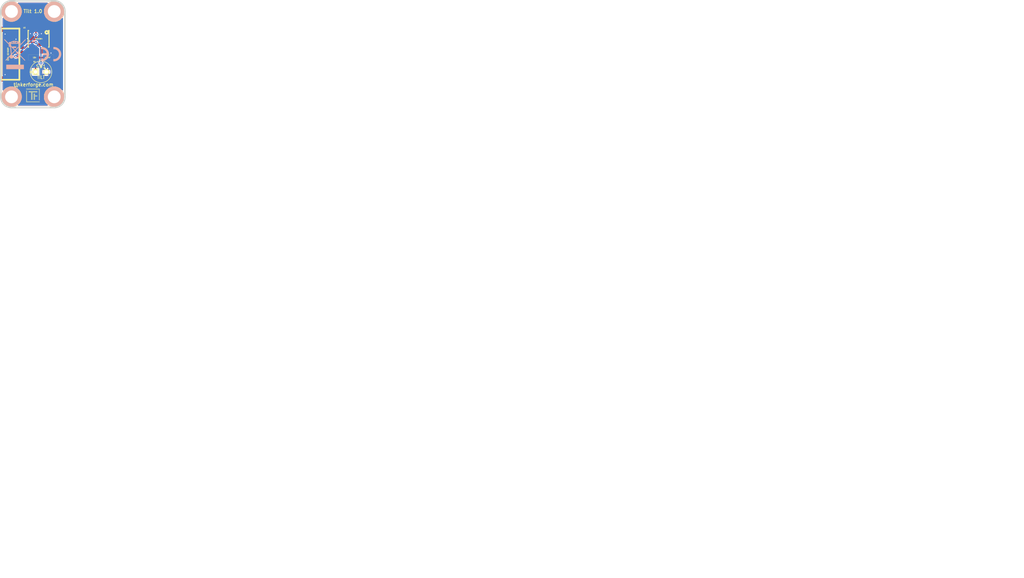
<source format=kicad_pcb>
(kicad_pcb (version 3) (host pcbnew "(2013-05-18 BZR 4017)-stable")
  (title_block (title "Tilt Bricklet") (rev 1.0) (company "Tinkerforge GmbH") (comment 1 "Licensed under CERN OHL v.1.1") (comment 2 "Copyright (©) 2013, B.Nordmeyer <bastian@tinkerforge.com>"))
  (layers (15 Vorderseite signal hide) (0 Rückseite signal hide) (18 B.Paste user) (19 F.Paste user) (20 B.SilkS user hide) (21 F.SilkS user) (22 B.Mask user) (23 F.Mask user) (28 Edge.Cuts user))
  (net 0 "")
  (net 1 GND)
  (net 2 N-000001)
  (net 3 N-000002)
  (net 4 N-000003)
  (net 5 N-000004)
  (net 6 VCC)
  (module SOIC8 (layer Vorderseite) (at 51.75 38.7 180)
    (fp_text reference U1 (at 3.29946 2.60096 180) (layer F.SilkS) (effects (font (size 0.29972 0.29972) (thickness 0.0762))))
    (fp_text value M24C64 (at 0 0 180) (layer F.SilkS) (effects (font (size 0.29972 0.29972) (thickness 0.0762))))
    (pad 1 smd rect (at -1.90246 2.69748) (size 0.59944 1.5494) (layers Vorderseite F.Paste F.Mask) (net 1 GND))
    (pad 2 smd rect (at -0.63246 2.69748) (size 0.59944 1.5494) (layers Vorderseite F.Paste F.Mask) (net 1 GND))
    (pad 3 smd rect (at 0.63246 2.69748) (size 0.59944 1.5494) (layers Vorderseite F.Paste F.Mask) (net 3 N-000002))
    (pad 4 smd rect (at 1.90246 2.69748) (size 0.59944 1.5494) (layers Vorderseite F.Paste F.Mask) (net 1 GND))
    (pad 5 smd rect (at 1.90246 -2.69748 180) (size 0.59944 1.5494) (layers Vorderseite F.Paste F.Mask) (net 4 N-000003))
    (pad 6 smd rect (at 0.63246 -2.69748 180) (size 0.59944 1.5494) (layers Vorderseite F.Paste F.Mask) (net 2 N-000001))
    (pad 7 smd rect (at -0.63246 -2.69748 180) (size 0.59944 1.5494) (layers Vorderseite F.Paste F.Mask))
    (pad 8 smd rect (at -1.90246 -2.69748 180) (size 0.59944 1.5494) (layers Vorderseite F.Paste F.Mask) (net 6 VCC))
  )
  (module DRILL_NP (layer Vorderseite) (at 55.4 32.3)
    (fp_text reference U3 hide)
    (fp_text value DRILL hide)
    (pad "" thru_hole circle (at 0 0) (size 2.99974 2.99974) (drill 2.99974) (layers *.Cu *.SilkS *.Mask) (clearance 0.89916))
  )
  (module DRILL_NP (layer Vorderseite) (at 45.4 52.3)
    (fp_text reference U4 hide)
    (fp_text value DRILL hide)
    (pad "" thru_hole circle (at 0 0) (size 2.99974 2.99974) (drill 2.99974) (layers *.Cu *.SilkS *.Mask) (clearance 0.89916))
  )
  (module CON-SENSOR (layer Vorderseite) (at 43 42.3 270)
    (fp_text reference P1 (at 7.9502 -3.50012 270) (layer F.SilkS) (effects (font (size 0.59944 0.59944) (thickness 0.12446))))
    (fp_text value CON-SENSOR (at 0 -1.6002 270) (layer F.SilkS) (effects (font (size 0.29972 0.29972) (thickness 0.07112))))
    (pad 1 smd rect (at -4.50088 -4.7752 270) (size 0.59944 1.5494) (layers Vorderseite F.Paste F.Mask))
    (pad 2 smd rect (at -3.50012 -4.7752 270) (size 0.59944 1.5494) (layers Vorderseite F.Paste F.Mask) (net 1 GND))
    (pad 3 smd rect (at -2.49936 -4.7752 270) (size 0.59944 1.5494) (layers Vorderseite F.Paste F.Mask) (net 6 VCC))
    (pad 4 smd rect (at -1.50114 -4.7752 270) (size 0.59944 1.5494) (layers Vorderseite F.Paste F.Mask) (net 2 N-000001))
    (pad 5 smd rect (at -0.50038 -4.7752 270) (size 0.59944 1.5494) (layers Vorderseite F.Paste F.Mask) (net 4 N-000003))
    (pad 6 smd rect (at 0.50038 -4.7752 270) (size 0.59944 1.5494) (layers Vorderseite F.Paste F.Mask) (net 3 N-000002))
    (pad 7 smd rect (at 1.50114 -4.7752 270) (size 0.59944 1.5494) (layers Vorderseite F.Paste F.Mask) (net 5 N-000004))
    (pad 8 smd rect (at 2.49936 -4.7752 270) (size 0.59944 1.5494) (layers Vorderseite F.Paste F.Mask))
    (pad 9 smd rect (at 3.50012 -4.7752 270) (size 0.59944 1.5494) (layers Vorderseite F.Paste F.Mask))
    (pad 10 smd rect (at 4.50088 -4.7752 270) (size 0.59944 1.5494) (layers Vorderseite F.Paste F.Mask))
    (pad EP smd rect (at -5.79882 -0.89916 270) (size 1.19888 1.80086) (layers Vorderseite F.Paste F.Mask) (net 1 GND))
    (pad EP smd rect (at 5.79882 -0.89916 270) (size 1.19888 1.80086) (layers Vorderseite F.Paste F.Mask) (net 1 GND))
  )
  (module 0603 (layer Vorderseite) (at 50.8 43.1 180)
    (fp_text reference R1 (at 0 -1.00076 180) (layer F.SilkS) (effects (font (size 0.29972 0.29972) (thickness 0.0762))))
    (fp_text value 10k (at 0 0 180) (layer F.SilkS) (effects (font (size 0.29972 0.29972) (thickness 0.0762))))
    (pad 1 smd rect (at -0.8001 0 180) (size 0.8001 0.8001) (layers Vorderseite F.Paste F.Mask) (net 6 VCC))
    (pad 2 smd rect (at 0.8001 0 180) (size 0.8001 0.8001) (layers Vorderseite F.Paste F.Mask) (net 5 N-000004))
  )
  (module 0603 (layer Vorderseite) (at 53.85 43.1)
    (fp_text reference C1 (at 0 -1.00076) (layer F.SilkS) (effects (font (size 0.29972 0.29972) (thickness 0.0762))))
    (fp_text value 100nF (at 0 0) (layer F.SilkS) (effects (font (size 0.29972 0.29972) (thickness 0.0762))))
    (pad 1 smd rect (at -0.8001 0) (size 0.8001 0.8001) (layers Vorderseite F.Paste F.Mask) (net 6 VCC))
    (pad 2 smd rect (at 0.8001 0) (size 0.8001 0.8001) (layers Vorderseite F.Paste F.Mask) (net 1 GND))
  )
  (module C1V5 (layer Vorderseite) (at 52.3 46.45)
    (fp_text reference SW1 (at 0 -1.26746) (layer F.SilkS) (effects (font (size 0.762 0.762) (thickness 0.127))))
    (fp_text value TILT (at 0 1.27) (layer F.SilkS) (effects (font (size 0.762 0.635) (thickness 0.127))))
    (fp_text user + (at -2.286 0) (layer F.SilkS) (effects (font (size 0.762 0.762) (thickness 0.2032))))
    (pad 1 thru_hole rect (at -1.27 0) (size 1.397 1.397) (drill 0.8128) (layers *.Cu *.Mask F.SilkS) (net 5 N-000004))
    (pad 2 thru_hole circle (at 1.27 0) (size 1.397 1.397) (drill 0.8128) (layers *.Cu *.Mask F.SilkS) (net 1 GND))
  )
  (module DRILL_NP (layer Vorderseite) (at 55.4 52.3 270)
    (fp_text reference U2 hide)
    (fp_text value DRILL hide)
    (pad "" thru_hole circle (at 0 0 270) (size 2.99974 2.99974) (drill 2.99974) (layers *.Cu *.SilkS *.Mask) (clearance 0.89916))
  )
  (module DRILL_NP (layer Vorderseite) (at 45.4 32.3)
    (fp_text reference U5 hide)
    (fp_text value DRILL hide)
    (pad "" thru_hole circle (at 0 0) (size 2.99974 2.99974) (drill 2.99974) (layers *.Cu *.SilkS *.Mask) (clearance 0.89916))
  )
  (module Logo_31x31 (layer Vorderseite) (at 48.85 50.4)
    (fp_text reference G*** hide)
    (fp_text value Logo_31x31 hide)
  )
  (module Fiducial_Mark (layer Vorderseite) (at 45.4 46.3)
    (fp_text reference Fiducial_Mark hide)
    (fp_text value VAL** hide)
    (pad 1 smd circle (at 0 0) (size 1.00076 1.00076) (layers Vorderseite F.Mask) (clearance 0.65024))
  )
  (module Fiducial_Mark (layer Vorderseite) (at 56.4 35.8)
    (fp_text reference Fiducial_Mark hide)
    (fp_text value VAL** hide)
    (pad 1 smd circle (at 0 0) (size 1.00076 1.00076) (layers Vorderseite F.Mask) (clearance 0.65024))
  )
  (module WEEE_7mm (layer Rückseite) (at 46.2 42.3)
    (fp_text reference VAL hide)
    (fp_text value WEEE_7mm hide)
  )
  (module CE_5mm (layer Rückseite) (at 54.65 42.3 180)
    (fp_text reference VAL hide)
    (fp_text value CE_5mm hide)
  )
  (gr_text "Tilt 1.0" (at 50.4 32.25) (layer F.SilkS) (effects (font (size 0.8 0.8))))
  (gr_text tinkerforge.com (at 50.55 49.45) (layer F.SilkS) (effects (font (size 0.8 0.8))))
  (gr_line (start 45.4 29.8) (end 55.5 29.8) (angle 90) (layer Edge.Cuts) (width 0.381))
  (gr_line (start 57.9 52.3) (end 57.9 32.3) (angle 90) (layer Edge.Cuts) (width 0.381))
  (gr_line (start 45.4 54.8) (end 55.5 54.8) (angle 90) (layer Edge.Cuts) (width 0.381))
  (gr_arc (start 55.4 52.3) (end 57.9 52.3) (angle 90) (layer Edge.Cuts) (width 0.381))
  (gr_arc (start 55.4 32.3) (end 55.4 29.8) (angle 90) (layer Edge.Cuts) (width 0.381))
  (gr_line (start 42.9 32.3) (end 42.9 52.3) (angle 90) (layer Edge.Cuts) (width 0.381))
  (gr_arc (start 45.4 32.3) (end 42.9 32.3) (angle 90) (layer Edge.Cuts) (width 0.381))
  (gr_arc (start 45.4 52.3) (end 45.4 54.8) (angle 90) (layer Edge.Cuts) (width 0.381))
  (segment (start 53.57 46.45) (end 53.57 45.38) (width 0.29972) (layer Rückseite) (net 1))
  (segment (start 54.65 44.3) (end 54.65 42.05) (width 0.29972) (layer Rückseite) (net 1))
  (segment (start 53.57 45.38) (end 54.65 44.3) (width 0.29972) (layer Rückseite) (net 1))
  (segment (start 54.6501 43.1) (end 54.6501 42.0501) (width 0.29972) (layer Vorderseite) (net 1))
  (segment (start 53.65 41.05) (end 53.65 37.5) (width 0.29972) (layer Rückseite) (net 1))
  (segment (start 54.65 42.05) (end 53.65 41.05) (width 0.29972) (layer Rückseite) (net 1))
  (via (at 54.65 42.05) (size 0.70104) (layers Vorderseite Rückseite) (net 1))
  (segment (start 54.6501 42.0501) (end 54.65 42.05) (width 0.29972) (layer Vorderseite) (net 1))
  (segment (start 49.15 38.65) (end 51.25 38.65) (width 0.29972) (layer Vorderseite) (net 1))
  (segment (start 51.25 38.65) (end 52.4 37.5) (width 0.29972) (layer Vorderseite) (net 1))
  (segment (start 52.38246 36.00252) (end 52.38246 37.48246) (width 0.29972) (layer Vorderseite) (net 1))
  (segment (start 52.38246 37.48246) (end 52.4 37.5) (width 0.29972) (layer Vorderseite) (net 1))
  (segment (start 53.65246 37.49754) (end 53.65246 36.00252) (width 0.29972) (layer Vorderseite) (net 1))
  (via (at 52.4 37.5) (size 0.70104) (layers Vorderseite Rückseite) (net 1))
  (segment (start 52.4 37.5) (end 53.65 37.5) (width 0.29972) (layer Rückseite) (net 1))
  (via (at 53.65 37.5) (size 0.70104) (layers Vorderseite Rückseite) (net 1))
  (segment (start 53.65 37.5) (end 53.65246 37.49754) (width 0.29972) (layer Vorderseite) (net 1))
  (segment (start 47.7752 38.79988) (end 49.00012 38.79988) (width 0.29972) (layer Vorderseite) (net 1))
  (segment (start 49.84754 37.49754) (end 49.84754 36.00252) (width 0.29972) (layer Vorderseite) (net 1))
  (segment (start 49.85 37.5) (end 49.84754 37.49754) (width 0.29972) (layer Vorderseite) (net 1))
  (via (at 49.85 37.5) (size 0.70104) (layers Vorderseite Rückseite) (net 1))
  (segment (start 49.85 37.95) (end 49.85 37.5) (width 0.29972) (layer Rückseite) (net 1))
  (segment (start 49.15 38.65) (end 49.85 37.95) (width 0.29972) (layer Rückseite) (net 1))
  (via (at 49.15 38.65) (size 0.70104) (layers Vorderseite Rückseite) (net 1))
  (segment (start 49.00012 38.79988) (end 49.15 38.65) (width 0.29972) (layer Vorderseite) (net 1))
  (segment (start 47.7752 38.79988) (end 46.45012 38.79988) (width 0.29972) (layer Vorderseite) (net 1))
  (segment (start 45.25 37.6) (end 43.9 37.6) (width 0.29972) (layer Rückseite) (net 1))
  (segment (start 46.45 38.8) (end 45.25 37.6) (width 0.29972) (layer Rückseite) (net 1))
  (via (at 46.45 38.8) (size 0.70104) (layers Vorderseite Rückseite) (net 1))
  (segment (start 46.45012 38.79988) (end 46.45 38.8) (width 0.29972) (layer Vorderseite) (net 1))
  (segment (start 43.89916 48.09882) (end 43.89916 47.10084) (width 0.29972) (layer Vorderseite) (net 1))
  (segment (start 43.89916 37.59916) (end 43.89916 36.50118) (width 0.29972) (layer Vorderseite) (net 1))
  (segment (start 43.9 37.6) (end 43.89916 37.59916) (width 0.29972) (layer Vorderseite) (net 1))
  (via (at 43.9 37.6) (size 0.70104) (layers Vorderseite Rückseite) (net 1))
  (segment (start 43.9 47.1) (end 43.9 37.6) (width 0.29972) (layer Rückseite) (net 1))
  (via (at 43.9 47.1) (size 0.70104) (layers Vorderseite Rückseite) (net 1))
  (segment (start 43.89916 47.10084) (end 43.9 47.1) (width 0.29972) (layer Vorderseite) (net 1))
  (segment (start 47.7752 40.79886) (end 48.55114 40.79886) (width 0.29972) (layer Vorderseite) (net 2))
  (segment (start 51.11754 40.96754) (end 51.11754 41.39748) (width 0.29972) (layer Vorderseite) (net 2))
  (segment (start 50.3 40.15) (end 51.11754 40.96754) (width 0.29972) (layer Vorderseite) (net 2))
  (segment (start 49.2 40.15) (end 50.3 40.15) (width 0.29972) (layer Vorderseite) (net 2))
  (segment (start 48.55114 40.79886) (end 49.2 40.15) (width 0.29972) (layer Vorderseite) (net 2))
  (segment (start 47.7752 42.80038) (end 46.40038 42.80038) (width 0.29972) (layer Vorderseite) (net 3))
  (segment (start 51.11754 37.63246) (end 51.11754 36.00252) (width 0.29972) (layer Vorderseite) (net 3))
  (segment (start 51.1 37.65) (end 51.11754 37.63246) (width 0.29972) (layer Vorderseite) (net 3))
  (via (at 51.1 37.65) (size 0.70104) (layers Vorderseite Rückseite) (net 3))
  (segment (start 51.1 38.1) (end 51.1 37.65) (width 0.29972) (layer Rückseite) (net 3))
  (segment (start 46.4 42.8) (end 51.1 38.1) (width 0.29972) (layer Rückseite) (net 3))
  (via (at 46.4 42.8) (size 0.70104) (layers Vorderseite Rückseite) (net 3))
  (segment (start 46.40038 42.80038) (end 46.4 42.8) (width 0.29972) (layer Vorderseite) (net 3))
  (segment (start 49.84754 41.39748) (end 49.45252 41.39748) (width 0.29972) (layer Vorderseite) (net 4))
  (segment (start 49.05038 41.79962) (end 47.7752 41.79962) (width 0.29972) (layer Vorderseite) (net 4))
  (segment (start 49.45252 41.39748) (end 49.05038 41.79962) (width 0.29972) (layer Vorderseite) (net 4))
  (segment (start 47.7752 43.80114) (end 48.69886 43.80114) (width 0.29972) (layer Vorderseite) (net 5))
  (segment (start 49.4 43.1) (end 49.9999 43.1) (width 0.29972) (layer Vorderseite) (net 5))
  (segment (start 48.69886 43.80114) (end 49.4 43.1) (width 0.29972) (layer Vorderseite) (net 5))
  (segment (start 51.03 46.45) (end 51.03 44.83) (width 0.29972) (layer Vorderseite) (net 5))
  (segment (start 49.9999 43.7999) (end 49.9999 43.1) (width 0.29972) (layer Vorderseite) (net 5))
  (segment (start 51.03 44.83) (end 49.9999 43.7999) (width 0.29972) (layer Vorderseite) (net 5))
  (segment (start 53.0499 43.1) (end 53.0499 43.0501) (width 0.29972) (layer Vorderseite) (net 6))
  (segment (start 53.65246 42.44754) (end 53.65246 41.39748) (width 0.29972) (layer Vorderseite) (net 6))
  (segment (start 53.0499 43.0501) (end 53.65246 42.44754) (width 0.29972) (layer Vorderseite) (net 6))
  (segment (start 52.4 43.1) (end 51.6001 43.1) (width 0.29972) (layer Vorderseite) (net 6))
  (segment (start 47.7752 39.80064) (end 48.69936 39.80064) (width 0.29972) (layer Vorderseite) (net 6))
  (segment (start 52.35 43.1) (end 52.4 43.1) (width 0.29972) (layer Vorderseite) (net 6))
  (segment (start 52.4 43.1) (end 53.0499 43.1) (width 0.29972) (layer Vorderseite) (net 6))
  (segment (start 52.3 43.15) (end 52.35 43.1) (width 0.29972) (layer Vorderseite) (net 6))
  (segment (start 52.3 44.35) (end 52.3 43.15) (width 0.29972) (layer Vorderseite) (net 6))
  (via (at 52.3 44.35) (size 0.70104) (layers Vorderseite Rückseite) (net 6))
  (segment (start 52.3 40.8) (end 52.3 44.35) (width 0.29972) (layer Rückseite) (net 6))
  (segment (start 51.1 39.6) (end 52.3 40.8) (width 0.29972) (layer Rückseite) (net 6))
  (via (at 51.1 39.6) (size 0.70104) (layers Vorderseite Rückseite) (net 6))
  (segment (start 51 39.5) (end 51.1 39.6) (width 0.29972) (layer Vorderseite) (net 6))
  (segment (start 49 39.5) (end 51 39.5) (width 0.29972) (layer Vorderseite) (net 6))
  (segment (start 48.69936 39.80064) (end 49 39.5) (width 0.29972) (layer Vorderseite) (net 6))
  (zone (net 1) (net_name GND) (layer Vorderseite) (connect_pads (clearance 0.24892)) (min_thickness 0.24892) (fill (arc_segments 16) (thermal_gap 0.29972) (thermal_bridge_width 0.29972))
    (polygon (pts (xy 42.9 29.8) (xy 57.9 29.8) (xy 57.9 54.8) (xy 42.9 54.8)))
  )
  (zone (net 1) (net_name GND) (layer Rückseite) (connect_pads (clearance 0.24892)) (min_thickness 0.24892) (fill (arc_segments 16) (thermal_gap 0.29972) (thermal_bridge_width 0.29972))
    (polygon (pts (xy 42.9 54.8) (xy 42.9 29.8) (xy 57.9 29.8) (xy 57.9 54.8)))
  )
)
</source>
